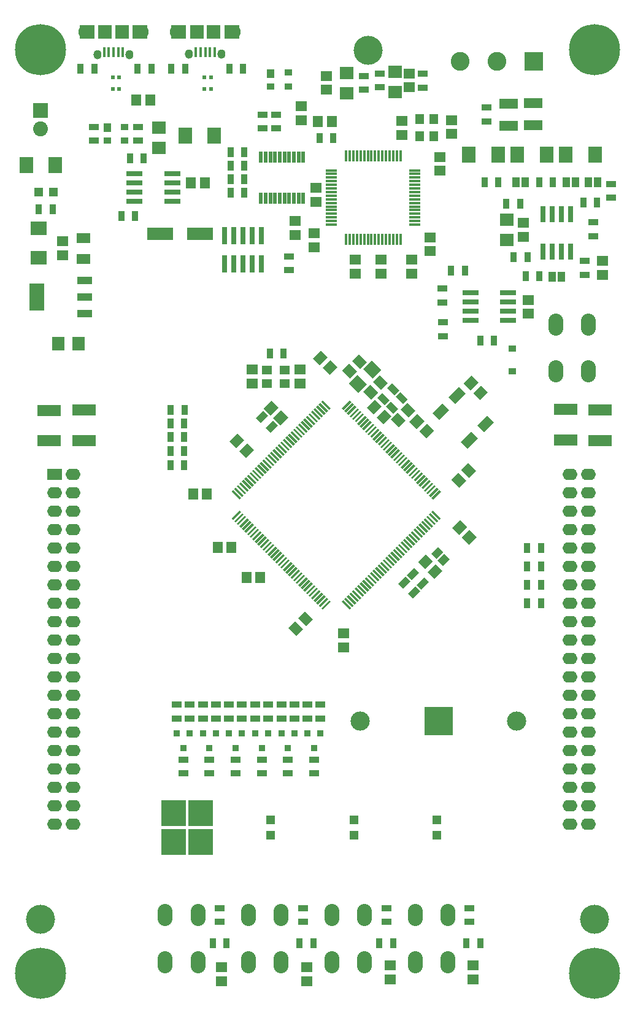
<source format=gts>
G04 (created by PCBNEW (2013-07-07 BZR 4022)-stable) date 26/10/2014 07:43:32 a.m.*
%MOIN*%
G04 Gerber Fmt 3.4, Leading zero omitted, Abs format*
%FSLAX34Y34*%
G01*
G70*
G90*
G04 APERTURE LIST*
%ADD10C,0.00590551*%
%ADD11R,0.0571181X0.0492441*%
%ADD12R,0.0729X0.0548*%
%ADD13R,0.0807402X0.0807402*%
%ADD14C,0.0807402*%
%ADD15C,0.104362*%
%ADD16R,0.157906X0.157906*%
%ADD17R,0.0197165X0.0197165*%
%ADD18R,0.038X0.038*%
%ADD19R,0.082X0.146*%
%ADD20R,0.082X0.042*%
%ADD21R,0.0414X0.0492*%
%ADD22R,0.0414X0.0335*%
%ADD23R,0.102X0.052*%
%ADD24O,0.0807402X0.062*%
%ADD25R,0.0807402X0.062*%
%ADD26R,0.127984X0.0610551*%
%ADD27R,0.012X0.0611*%
%ADD28R,0.0611X0.012*%
%ADD29R,0.04X0.052*%
%ADD30C,0.15748*%
%ADD31R,0.0492441X0.0571181*%
%ADD32R,0.102X0.102*%
%ADD33C,0.102*%
%ADD34C,0.277591*%
%ADD35R,0.0729X0.0886*%
%ADD36R,0.0886X0.0729*%
%ADD37R,0.0394016X0.0374331*%
%ADD38R,0.0532X0.061*%
%ADD39R,0.061X0.0532*%
%ADD40R,0.0177X0.0551*%
%ADD41R,0.0846772X0.0768031*%
%ADD42R,0.0728661X0.0768031*%
%ADD43O,0.0433386X0.0512126*%
%ADD44O,0.0502283X0.0768031*%
%ADD45R,0.037X0.057*%
%ADD46R,0.057X0.037*%
%ADD47R,0.065X0.073*%
%ADD48R,0.073X0.065*%
%ADD49R,0.0185X0.0599*%
%ADD50R,0.0886X0.0256*%
%ADD51R,0.0256X0.0886*%
%ADD52R,0.1437X0.065*%
%ADD53R,0.0315276X0.0964882*%
%ADD54R,0.0311339X0.0964882*%
%ADD55R,0.1319X0.1397*%
%ADD56O,0.0807402X0.12011*%
%ADD57R,0.0492X0.0492*%
G04 APERTURE END LIST*
G54D10*
G54D11*
X86991Y-48764D03*
X86046Y-48764D03*
X86991Y-49512D03*
X86046Y-49512D03*
G54D12*
X76050Y-41609D03*
X76050Y-42733D03*
G54D13*
X73746Y-34676D03*
G54D14*
X73746Y-35676D03*
G54D10*
G36*
X89070Y-50416D02*
X89502Y-50848D01*
X89418Y-50933D01*
X88986Y-50501D01*
X89070Y-50416D01*
X89070Y-50416D01*
G37*
G36*
X88932Y-50554D02*
X89364Y-50986D01*
X89279Y-51071D01*
X88847Y-50639D01*
X88932Y-50554D01*
X88932Y-50554D01*
G37*
G36*
X88793Y-50694D02*
X89225Y-51126D01*
X89140Y-51210D01*
X88708Y-50778D01*
X88793Y-50694D01*
X88793Y-50694D01*
G37*
G36*
X88653Y-50833D02*
X89085Y-51265D01*
X89000Y-51350D01*
X88568Y-50918D01*
X88653Y-50833D01*
X88653Y-50833D01*
G37*
G36*
X88514Y-50972D02*
X88946Y-51404D01*
X88861Y-51489D01*
X88429Y-51057D01*
X88514Y-50972D01*
X88514Y-50972D01*
G37*
G36*
X88375Y-51111D02*
X88807Y-51543D01*
X88722Y-51628D01*
X88290Y-51196D01*
X88375Y-51111D01*
X88375Y-51111D01*
G37*
G36*
X88235Y-51251D02*
X88667Y-51683D01*
X88583Y-51768D01*
X88150Y-51336D01*
X88235Y-51251D01*
X88235Y-51251D01*
G37*
G36*
X88096Y-51390D02*
X88528Y-51822D01*
X88443Y-51907D01*
X88011Y-51475D01*
X88096Y-51390D01*
X88096Y-51390D01*
G37*
G36*
X87957Y-51529D02*
X88389Y-51961D01*
X88305Y-52046D01*
X87873Y-51614D01*
X87957Y-51529D01*
X87957Y-51529D01*
G37*
G36*
X87818Y-51668D02*
X88250Y-52100D01*
X88165Y-52185D01*
X87733Y-51753D01*
X87818Y-51668D01*
X87818Y-51668D01*
G37*
G36*
X87679Y-51807D02*
X88111Y-52239D01*
X88026Y-52324D01*
X87594Y-51892D01*
X87679Y-51807D01*
X87679Y-51807D01*
G37*
G36*
X87540Y-51947D02*
X87972Y-52379D01*
X87887Y-52463D01*
X87455Y-52031D01*
X87540Y-51947D01*
X87540Y-51947D01*
G37*
G36*
X87400Y-52086D02*
X87832Y-52518D01*
X87747Y-52603D01*
X87315Y-52171D01*
X87400Y-52086D01*
X87400Y-52086D01*
G37*
G36*
X87261Y-52225D02*
X87693Y-52657D01*
X87608Y-52742D01*
X87176Y-52310D01*
X87261Y-52225D01*
X87261Y-52225D01*
G37*
G36*
X87122Y-52364D02*
X87554Y-52796D01*
X87469Y-52881D01*
X87037Y-52449D01*
X87122Y-52364D01*
X87122Y-52364D01*
G37*
G36*
X86983Y-52503D02*
X87415Y-52935D01*
X87330Y-53020D01*
X86898Y-52588D01*
X86983Y-52503D01*
X86983Y-52503D01*
G37*
G36*
X86844Y-52642D02*
X87276Y-53074D01*
X87191Y-53159D01*
X86759Y-52727D01*
X86844Y-52642D01*
X86844Y-52642D01*
G37*
G36*
X86704Y-52782D02*
X87137Y-53214D01*
X87052Y-53299D01*
X86620Y-52866D01*
X86704Y-52782D01*
X86704Y-52782D01*
G37*
G36*
X86566Y-52920D02*
X86998Y-53352D01*
X86913Y-53437D01*
X86481Y-53005D01*
X86566Y-52920D01*
X86566Y-52920D01*
G37*
G36*
X86427Y-53060D02*
X86859Y-53492D01*
X86774Y-53576D01*
X86342Y-53144D01*
X86427Y-53060D01*
X86427Y-53060D01*
G37*
G36*
X86287Y-53199D02*
X86719Y-53631D01*
X86634Y-53716D01*
X86202Y-53284D01*
X86287Y-53199D01*
X86287Y-53199D01*
G37*
G36*
X86149Y-53337D02*
X86581Y-53769D01*
X86496Y-53854D01*
X86064Y-53422D01*
X86149Y-53337D01*
X86149Y-53337D01*
G37*
G36*
X86009Y-53477D02*
X86441Y-53909D01*
X86357Y-53994D01*
X85925Y-53562D01*
X86009Y-53477D01*
X86009Y-53477D01*
G37*
G36*
X85870Y-53616D02*
X86302Y-54048D01*
X86217Y-54133D01*
X85785Y-53701D01*
X85870Y-53616D01*
X85870Y-53616D01*
G37*
G36*
X85731Y-53755D02*
X86163Y-54187D01*
X86078Y-54272D01*
X85646Y-53840D01*
X85731Y-53755D01*
X85731Y-53755D01*
G37*
G36*
X85591Y-53895D02*
X86024Y-54327D01*
X85939Y-54412D01*
X85507Y-53979D01*
X85591Y-53895D01*
X85591Y-53895D01*
G37*
G36*
X85452Y-54034D02*
X85884Y-54466D01*
X85799Y-54551D01*
X85367Y-54119D01*
X85452Y-54034D01*
X85452Y-54034D01*
G37*
G36*
X85313Y-54173D02*
X85745Y-54605D01*
X85660Y-54690D01*
X85228Y-54258D01*
X85313Y-54173D01*
X85313Y-54173D01*
G37*
G36*
X85174Y-54312D02*
X85606Y-54744D01*
X85521Y-54829D01*
X85089Y-54397D01*
X85174Y-54312D01*
X85174Y-54312D01*
G37*
G36*
X85035Y-54451D02*
X85467Y-54883D01*
X85382Y-54968D01*
X84950Y-54536D01*
X85035Y-54451D01*
X85035Y-54451D01*
G37*
G36*
X84896Y-54590D02*
X85328Y-55022D01*
X85243Y-55107D01*
X84811Y-54675D01*
X84896Y-54590D01*
X84896Y-54590D01*
G37*
G36*
X84756Y-54730D02*
X85188Y-55162D01*
X85104Y-55247D01*
X84672Y-54815D01*
X84756Y-54730D01*
X84756Y-54730D01*
G37*
G36*
X84617Y-54869D02*
X85049Y-55301D01*
X84964Y-55386D01*
X84532Y-54954D01*
X84617Y-54869D01*
X84617Y-54869D01*
G37*
G36*
X84478Y-55008D02*
X84910Y-55440D01*
X84825Y-55525D01*
X84393Y-55093D01*
X84478Y-55008D01*
X84478Y-55008D01*
G37*
G36*
X84338Y-55148D02*
X84771Y-55580D01*
X84686Y-55665D01*
X84254Y-55232D01*
X84338Y-55148D01*
X84338Y-55148D01*
G37*
G36*
X84200Y-55286D02*
X84632Y-55718D01*
X84547Y-55803D01*
X84115Y-55371D01*
X84200Y-55286D01*
X84200Y-55286D01*
G37*
G36*
X84115Y-56833D02*
X84547Y-56401D01*
X84632Y-56485D01*
X84200Y-56918D01*
X84115Y-56833D01*
X84115Y-56833D01*
G37*
G36*
X84254Y-56971D02*
X84686Y-56539D01*
X84771Y-56624D01*
X84338Y-57056D01*
X84254Y-56971D01*
X84254Y-56971D01*
G37*
G36*
X84393Y-57111D02*
X84825Y-56679D01*
X84910Y-56763D01*
X84478Y-57195D01*
X84393Y-57111D01*
X84393Y-57111D01*
G37*
G36*
X84532Y-57250D02*
X84964Y-56818D01*
X85049Y-56903D01*
X84617Y-57335D01*
X84532Y-57250D01*
X84532Y-57250D01*
G37*
G36*
X84672Y-57389D02*
X85104Y-56957D01*
X85188Y-57042D01*
X84756Y-57474D01*
X84672Y-57389D01*
X84672Y-57389D01*
G37*
G36*
X84811Y-57528D02*
X85243Y-57096D01*
X85328Y-57181D01*
X84896Y-57613D01*
X84811Y-57528D01*
X84811Y-57528D01*
G37*
G36*
X84950Y-57668D02*
X85382Y-57236D01*
X85467Y-57321D01*
X85035Y-57753D01*
X84950Y-57668D01*
X84950Y-57668D01*
G37*
G36*
X85089Y-57807D02*
X85521Y-57375D01*
X85606Y-57460D01*
X85174Y-57892D01*
X85089Y-57807D01*
X85089Y-57807D01*
G37*
G36*
X85228Y-57946D02*
X85660Y-57514D01*
X85745Y-57598D01*
X85313Y-58030D01*
X85228Y-57946D01*
X85228Y-57946D01*
G37*
G36*
X85367Y-58085D02*
X85799Y-57653D01*
X85884Y-57738D01*
X85452Y-58170D01*
X85367Y-58085D01*
X85367Y-58085D01*
G37*
G36*
X85507Y-58224D02*
X85939Y-57792D01*
X86024Y-57877D01*
X85591Y-58309D01*
X85507Y-58224D01*
X85507Y-58224D01*
G37*
G36*
X85646Y-58364D02*
X86078Y-57932D01*
X86163Y-58016D01*
X85731Y-58448D01*
X85646Y-58364D01*
X85646Y-58364D01*
G37*
G36*
X85785Y-58503D02*
X86217Y-58071D01*
X86302Y-58156D01*
X85870Y-58588D01*
X85785Y-58503D01*
X85785Y-58503D01*
G37*
G36*
X85925Y-58642D02*
X86357Y-58210D01*
X86441Y-58295D01*
X86009Y-58727D01*
X85925Y-58642D01*
X85925Y-58642D01*
G37*
G36*
X86064Y-58781D02*
X86496Y-58349D01*
X86581Y-58434D01*
X86149Y-58866D01*
X86064Y-58781D01*
X86064Y-58781D01*
G37*
G36*
X86202Y-58920D02*
X86634Y-58488D01*
X86719Y-58573D01*
X86287Y-59005D01*
X86202Y-58920D01*
X86202Y-58920D01*
G37*
G36*
X86342Y-59059D02*
X86774Y-58627D01*
X86859Y-58712D01*
X86427Y-59144D01*
X86342Y-59059D01*
X86342Y-59059D01*
G37*
G36*
X86481Y-59199D02*
X86913Y-58767D01*
X86998Y-58851D01*
X86566Y-59283D01*
X86481Y-59199D01*
X86481Y-59199D01*
G37*
G36*
X86620Y-59337D02*
X87052Y-58905D01*
X87137Y-58990D01*
X86704Y-59422D01*
X86620Y-59337D01*
X86620Y-59337D01*
G37*
G36*
X86759Y-59477D02*
X87191Y-59044D01*
X87276Y-59129D01*
X86844Y-59561D01*
X86759Y-59477D01*
X86759Y-59477D01*
G37*
G36*
X86898Y-59616D02*
X87330Y-59184D01*
X87415Y-59269D01*
X86983Y-59701D01*
X86898Y-59616D01*
X86898Y-59616D01*
G37*
G36*
X87037Y-59754D02*
X87469Y-59322D01*
X87554Y-59407D01*
X87122Y-59839D01*
X87037Y-59754D01*
X87037Y-59754D01*
G37*
G36*
X87176Y-59894D02*
X87608Y-59462D01*
X87693Y-59547D01*
X87261Y-59979D01*
X87176Y-59894D01*
X87176Y-59894D01*
G37*
G36*
X87315Y-60033D02*
X87747Y-59601D01*
X87832Y-59686D01*
X87400Y-60118D01*
X87315Y-60033D01*
X87315Y-60033D01*
G37*
G36*
X87455Y-60172D02*
X87887Y-59740D01*
X87972Y-59825D01*
X87540Y-60257D01*
X87455Y-60172D01*
X87455Y-60172D01*
G37*
G36*
X87594Y-60312D02*
X88026Y-59880D01*
X88111Y-59964D01*
X87679Y-60396D01*
X87594Y-60312D01*
X87594Y-60312D01*
G37*
G36*
X87733Y-60451D02*
X88165Y-60019D01*
X88250Y-60104D01*
X87818Y-60536D01*
X87733Y-60451D01*
X87733Y-60451D01*
G37*
G36*
X87873Y-60590D02*
X88305Y-60158D01*
X88389Y-60243D01*
X87957Y-60675D01*
X87873Y-60590D01*
X87873Y-60590D01*
G37*
G36*
X88011Y-60729D02*
X88443Y-60297D01*
X88528Y-60382D01*
X88096Y-60814D01*
X88011Y-60729D01*
X88011Y-60729D01*
G37*
G36*
X88150Y-60868D02*
X88583Y-60436D01*
X88667Y-60521D01*
X88235Y-60953D01*
X88150Y-60868D01*
X88150Y-60868D01*
G37*
G36*
X88290Y-61007D02*
X88722Y-60575D01*
X88807Y-60660D01*
X88375Y-61092D01*
X88290Y-61007D01*
X88290Y-61007D01*
G37*
G36*
X88429Y-61147D02*
X88861Y-60715D01*
X88946Y-60800D01*
X88514Y-61232D01*
X88429Y-61147D01*
X88429Y-61147D01*
G37*
G36*
X88568Y-61286D02*
X89000Y-60854D01*
X89085Y-60939D01*
X88653Y-61371D01*
X88568Y-61286D01*
X88568Y-61286D01*
G37*
G36*
X88708Y-61425D02*
X89140Y-60993D01*
X89225Y-61078D01*
X88793Y-61510D01*
X88708Y-61425D01*
X88708Y-61425D01*
G37*
G36*
X88847Y-61565D02*
X89279Y-61133D01*
X89364Y-61217D01*
X88932Y-61649D01*
X88847Y-61565D01*
X88847Y-61565D01*
G37*
G36*
X88986Y-61703D02*
X89418Y-61271D01*
X89502Y-61356D01*
X89070Y-61788D01*
X88986Y-61703D01*
X88986Y-61703D01*
G37*
G36*
X90185Y-61271D02*
X90617Y-61703D01*
X90532Y-61788D01*
X90100Y-61356D01*
X90185Y-61271D01*
X90185Y-61271D01*
G37*
G36*
X90323Y-61133D02*
X90755Y-61565D01*
X90671Y-61649D01*
X90239Y-61217D01*
X90323Y-61133D01*
X90323Y-61133D01*
G37*
G36*
X90463Y-60993D02*
X90895Y-61425D01*
X90810Y-61510D01*
X90378Y-61078D01*
X90463Y-60993D01*
X90463Y-60993D01*
G37*
G36*
X90602Y-60854D02*
X91034Y-61286D01*
X90949Y-61371D01*
X90517Y-60939D01*
X90602Y-60854D01*
X90602Y-60854D01*
G37*
G36*
X90741Y-60715D02*
X91173Y-61147D01*
X91089Y-61232D01*
X90656Y-60800D01*
X90741Y-60715D01*
X90741Y-60715D01*
G37*
G36*
X90881Y-60575D02*
X91313Y-61007D01*
X91228Y-61092D01*
X90796Y-60660D01*
X90881Y-60575D01*
X90881Y-60575D01*
G37*
G36*
X91020Y-60436D02*
X91452Y-60868D01*
X91367Y-60953D01*
X90935Y-60521D01*
X91020Y-60436D01*
X91020Y-60436D01*
G37*
G36*
X91159Y-60297D02*
X91591Y-60729D01*
X91506Y-60814D01*
X91074Y-60382D01*
X91159Y-60297D01*
X91159Y-60297D01*
G37*
G36*
X91298Y-60158D02*
X91730Y-60590D01*
X91645Y-60675D01*
X91213Y-60243D01*
X91298Y-60158D01*
X91298Y-60158D01*
G37*
G36*
X91437Y-60019D02*
X91869Y-60451D01*
X91784Y-60536D01*
X91352Y-60104D01*
X91437Y-60019D01*
X91437Y-60019D01*
G37*
G36*
X91576Y-59880D02*
X92008Y-60312D01*
X91924Y-60396D01*
X91492Y-59964D01*
X91576Y-59880D01*
X91576Y-59880D01*
G37*
G36*
X91716Y-59740D02*
X92148Y-60172D01*
X92063Y-60257D01*
X91631Y-59825D01*
X91716Y-59740D01*
X91716Y-59740D01*
G37*
G36*
X91855Y-59601D02*
X92287Y-60033D01*
X92202Y-60118D01*
X91770Y-59686D01*
X91855Y-59601D01*
X91855Y-59601D01*
G37*
G36*
X91994Y-59462D02*
X92426Y-59894D01*
X92342Y-59979D01*
X91909Y-59547D01*
X91994Y-59462D01*
X91994Y-59462D01*
G37*
G36*
X92134Y-59322D02*
X92566Y-59754D01*
X92481Y-59839D01*
X92049Y-59407D01*
X92134Y-59322D01*
X92134Y-59322D01*
G37*
G36*
X92272Y-59184D02*
X92704Y-59616D01*
X92619Y-59701D01*
X92187Y-59269D01*
X92272Y-59184D01*
X92272Y-59184D01*
G37*
G36*
X92412Y-59044D02*
X92844Y-59477D01*
X92759Y-59561D01*
X92327Y-59129D01*
X92412Y-59044D01*
X92412Y-59044D01*
G37*
G36*
X92551Y-58905D02*
X92983Y-59337D01*
X92898Y-59422D01*
X92466Y-58990D01*
X92551Y-58905D01*
X92551Y-58905D01*
G37*
G36*
X92689Y-58767D02*
X93121Y-59199D01*
X93037Y-59283D01*
X92605Y-58851D01*
X92689Y-58767D01*
X92689Y-58767D01*
G37*
G36*
X92829Y-58627D02*
X93261Y-59059D01*
X93176Y-59144D01*
X92744Y-58712D01*
X92829Y-58627D01*
X92829Y-58627D01*
G37*
G36*
X92968Y-58488D02*
X93400Y-58920D01*
X93315Y-59005D01*
X92883Y-58573D01*
X92968Y-58488D01*
X92968Y-58488D01*
G37*
G36*
X93107Y-58349D02*
X93539Y-58781D01*
X93454Y-58866D01*
X93022Y-58434D01*
X93107Y-58349D01*
X93107Y-58349D01*
G37*
G36*
X93246Y-58210D02*
X93678Y-58642D01*
X93593Y-58727D01*
X93161Y-58295D01*
X93246Y-58210D01*
X93246Y-58210D01*
G37*
G36*
X93385Y-58071D02*
X93817Y-58503D01*
X93732Y-58588D01*
X93300Y-58156D01*
X93385Y-58071D01*
X93385Y-58071D01*
G37*
G36*
X93525Y-57932D02*
X93957Y-58364D01*
X93872Y-58448D01*
X93440Y-58016D01*
X93525Y-57932D01*
X93525Y-57932D01*
G37*
G36*
X93664Y-57792D02*
X94096Y-58224D01*
X94011Y-58309D01*
X93579Y-57877D01*
X93664Y-57792D01*
X93664Y-57792D01*
G37*
G36*
X93803Y-57653D02*
X94235Y-58085D01*
X94150Y-58170D01*
X93718Y-57738D01*
X93803Y-57653D01*
X93803Y-57653D01*
G37*
G36*
X93942Y-57514D02*
X94374Y-57946D01*
X94290Y-58030D01*
X93858Y-57598D01*
X93942Y-57514D01*
X93942Y-57514D01*
G37*
G36*
X94081Y-57375D02*
X94513Y-57807D01*
X94428Y-57892D01*
X93996Y-57460D01*
X94081Y-57375D01*
X94081Y-57375D01*
G37*
G36*
X94220Y-57236D02*
X94652Y-57668D01*
X94567Y-57753D01*
X94135Y-57321D01*
X94220Y-57236D01*
X94220Y-57236D01*
G37*
G36*
X94360Y-57096D02*
X94792Y-57528D01*
X94707Y-57613D01*
X94275Y-57181D01*
X94360Y-57096D01*
X94360Y-57096D01*
G37*
G36*
X94499Y-56957D02*
X94931Y-57389D01*
X94846Y-57474D01*
X94414Y-57042D01*
X94499Y-56957D01*
X94499Y-56957D01*
G37*
G36*
X94638Y-56818D02*
X95070Y-57250D01*
X94985Y-57335D01*
X94553Y-56903D01*
X94638Y-56818D01*
X94638Y-56818D01*
G37*
G36*
X94777Y-56679D02*
X95210Y-57111D01*
X95125Y-57195D01*
X94693Y-56763D01*
X94777Y-56679D01*
X94777Y-56679D01*
G37*
G36*
X94917Y-56539D02*
X95349Y-56971D01*
X95264Y-57056D01*
X94832Y-56624D01*
X94917Y-56539D01*
X94917Y-56539D01*
G37*
G36*
X95055Y-56401D02*
X95487Y-56833D01*
X95403Y-56918D01*
X94971Y-56485D01*
X95055Y-56401D01*
X95055Y-56401D01*
G37*
G36*
X94971Y-55718D02*
X95403Y-55286D01*
X95487Y-55371D01*
X95055Y-55803D01*
X94971Y-55718D01*
X94971Y-55718D01*
G37*
G36*
X94832Y-55580D02*
X95264Y-55148D01*
X95349Y-55232D01*
X94917Y-55665D01*
X94832Y-55580D01*
X94832Y-55580D01*
G37*
G36*
X94693Y-55440D02*
X95125Y-55008D01*
X95210Y-55093D01*
X94777Y-55525D01*
X94693Y-55440D01*
X94693Y-55440D01*
G37*
G36*
X94553Y-55301D02*
X94985Y-54869D01*
X95070Y-54954D01*
X94638Y-55386D01*
X94553Y-55301D01*
X94553Y-55301D01*
G37*
G36*
X94414Y-55162D02*
X94846Y-54730D01*
X94931Y-54815D01*
X94499Y-55247D01*
X94414Y-55162D01*
X94414Y-55162D01*
G37*
G36*
X94275Y-55022D02*
X94707Y-54590D01*
X94792Y-54675D01*
X94360Y-55107D01*
X94275Y-55022D01*
X94275Y-55022D01*
G37*
G36*
X94135Y-54883D02*
X94567Y-54451D01*
X94652Y-54536D01*
X94220Y-54968D01*
X94135Y-54883D01*
X94135Y-54883D01*
G37*
G36*
X93996Y-54744D02*
X94428Y-54312D01*
X94513Y-54397D01*
X94081Y-54829D01*
X93996Y-54744D01*
X93996Y-54744D01*
G37*
G36*
X93858Y-54605D02*
X94290Y-54173D01*
X94374Y-54258D01*
X93942Y-54690D01*
X93858Y-54605D01*
X93858Y-54605D01*
G37*
G36*
X93718Y-54466D02*
X94150Y-54034D01*
X94235Y-54119D01*
X93803Y-54551D01*
X93718Y-54466D01*
X93718Y-54466D01*
G37*
G36*
X93579Y-54327D02*
X94011Y-53895D01*
X94096Y-53979D01*
X93664Y-54412D01*
X93579Y-54327D01*
X93579Y-54327D01*
G37*
G36*
X93440Y-54187D02*
X93872Y-53755D01*
X93957Y-53840D01*
X93525Y-54272D01*
X93440Y-54187D01*
X93440Y-54187D01*
G37*
G36*
X93300Y-54048D02*
X93732Y-53616D01*
X93817Y-53701D01*
X93385Y-54133D01*
X93300Y-54048D01*
X93300Y-54048D01*
G37*
G36*
X93161Y-53909D02*
X93593Y-53477D01*
X93678Y-53562D01*
X93246Y-53994D01*
X93161Y-53909D01*
X93161Y-53909D01*
G37*
G36*
X93022Y-53769D02*
X93454Y-53337D01*
X93539Y-53422D01*
X93107Y-53854D01*
X93022Y-53769D01*
X93022Y-53769D01*
G37*
G36*
X92883Y-53631D02*
X93315Y-53199D01*
X93400Y-53284D01*
X92968Y-53716D01*
X92883Y-53631D01*
X92883Y-53631D01*
G37*
G36*
X92744Y-53492D02*
X93176Y-53060D01*
X93261Y-53144D01*
X92829Y-53576D01*
X92744Y-53492D01*
X92744Y-53492D01*
G37*
G36*
X92605Y-53352D02*
X93037Y-52920D01*
X93121Y-53005D01*
X92689Y-53437D01*
X92605Y-53352D01*
X92605Y-53352D01*
G37*
G36*
X92466Y-53214D02*
X92898Y-52782D01*
X92983Y-52866D01*
X92551Y-53299D01*
X92466Y-53214D01*
X92466Y-53214D01*
G37*
G36*
X92327Y-53074D02*
X92759Y-52642D01*
X92844Y-52727D01*
X92412Y-53159D01*
X92327Y-53074D01*
X92327Y-53074D01*
G37*
G36*
X92187Y-52935D02*
X92619Y-52503D01*
X92704Y-52588D01*
X92272Y-53020D01*
X92187Y-52935D01*
X92187Y-52935D01*
G37*
G36*
X92049Y-52796D02*
X92481Y-52364D01*
X92566Y-52449D01*
X92134Y-52881D01*
X92049Y-52796D01*
X92049Y-52796D01*
G37*
G36*
X91909Y-52657D02*
X92342Y-52225D01*
X92426Y-52310D01*
X91994Y-52742D01*
X91909Y-52657D01*
X91909Y-52657D01*
G37*
G36*
X91770Y-52518D02*
X92202Y-52086D01*
X92287Y-52171D01*
X91855Y-52603D01*
X91770Y-52518D01*
X91770Y-52518D01*
G37*
G36*
X91631Y-52379D02*
X92063Y-51947D01*
X92148Y-52031D01*
X91716Y-52463D01*
X91631Y-52379D01*
X91631Y-52379D01*
G37*
G36*
X91492Y-52239D02*
X91924Y-51807D01*
X92008Y-51892D01*
X91576Y-52324D01*
X91492Y-52239D01*
X91492Y-52239D01*
G37*
G36*
X91352Y-52100D02*
X91784Y-51668D01*
X91869Y-51753D01*
X91437Y-52185D01*
X91352Y-52100D01*
X91352Y-52100D01*
G37*
G36*
X91213Y-51961D02*
X91645Y-51529D01*
X91730Y-51614D01*
X91298Y-52046D01*
X91213Y-51961D01*
X91213Y-51961D01*
G37*
G36*
X91074Y-51822D02*
X91506Y-51390D01*
X91591Y-51475D01*
X91159Y-51907D01*
X91074Y-51822D01*
X91074Y-51822D01*
G37*
G36*
X90935Y-51683D02*
X91367Y-51251D01*
X91452Y-51336D01*
X91020Y-51768D01*
X90935Y-51683D01*
X90935Y-51683D01*
G37*
G36*
X90796Y-51543D02*
X91228Y-51111D01*
X91313Y-51196D01*
X90881Y-51628D01*
X90796Y-51543D01*
X90796Y-51543D01*
G37*
G36*
X90656Y-51404D02*
X91089Y-50972D01*
X91173Y-51057D01*
X90741Y-51489D01*
X90656Y-51404D01*
X90656Y-51404D01*
G37*
G36*
X90517Y-51265D02*
X90949Y-50833D01*
X91034Y-50918D01*
X90602Y-51350D01*
X90517Y-51265D01*
X90517Y-51265D01*
G37*
G36*
X90378Y-51126D02*
X90810Y-50694D01*
X90895Y-50778D01*
X90463Y-51210D01*
X90378Y-51126D01*
X90378Y-51126D01*
G37*
G36*
X90239Y-50986D02*
X90671Y-50554D01*
X90755Y-50639D01*
X90323Y-51071D01*
X90239Y-50986D01*
X90239Y-50986D01*
G37*
G36*
X90100Y-50848D02*
X90532Y-50416D01*
X90617Y-50501D01*
X90185Y-50933D01*
X90100Y-50848D01*
X90100Y-50848D01*
G37*
G54D15*
X91096Y-67848D03*
X99599Y-67848D03*
G54D16*
X95348Y-67848D03*
G54D17*
X77655Y-32883D03*
X77655Y-33513D03*
X77990Y-33513D03*
X77990Y-32883D03*
X82647Y-32893D03*
X82647Y-33523D03*
X82982Y-33523D03*
X82982Y-32893D03*
G54D18*
X83980Y-68525D03*
X84680Y-68525D03*
X84330Y-69325D03*
X86815Y-68525D03*
X87515Y-68525D03*
X87165Y-69325D03*
X81146Y-68525D03*
X81846Y-68525D03*
X81496Y-69325D03*
X88232Y-68525D03*
X88932Y-68525D03*
X88582Y-69325D03*
X82563Y-68525D03*
X83263Y-68525D03*
X82913Y-69325D03*
X85398Y-68525D03*
X86098Y-68525D03*
X85748Y-69325D03*
G54D19*
X73538Y-44808D03*
G54D20*
X76138Y-44808D03*
X76138Y-43908D03*
X76138Y-45708D03*
G54D21*
X77349Y-35629D03*
G54D22*
X78293Y-36318D03*
X77349Y-36318D03*
X78293Y-35570D03*
G54D23*
X99150Y-35500D03*
X99150Y-34300D03*
X100490Y-35490D03*
X100490Y-34290D03*
G54D24*
X102500Y-54444D03*
X103500Y-54444D03*
X102500Y-59444D03*
X103500Y-55444D03*
X102500Y-60444D03*
X103500Y-56444D03*
X102500Y-61444D03*
X103500Y-57444D03*
X102500Y-62444D03*
X103500Y-58444D03*
X102500Y-63444D03*
X103500Y-59444D03*
X102500Y-64444D03*
X103500Y-60444D03*
X102500Y-65444D03*
X103500Y-61444D03*
X102500Y-66444D03*
X103500Y-62444D03*
X102500Y-67444D03*
X103500Y-63444D03*
X102500Y-68444D03*
X103500Y-64444D03*
X102500Y-69444D03*
X103500Y-65444D03*
X103500Y-66444D03*
X102500Y-70444D03*
X103500Y-67444D03*
X103500Y-69444D03*
X103500Y-70444D03*
X103500Y-71444D03*
X103500Y-72444D03*
X102500Y-71444D03*
X102500Y-72444D03*
X102500Y-55444D03*
X102500Y-56444D03*
X102500Y-57444D03*
X102500Y-58444D03*
X102500Y-73444D03*
X103500Y-73444D03*
X103500Y-68444D03*
G54D25*
X74500Y-54444D03*
G54D24*
X75500Y-54444D03*
X74500Y-59444D03*
X75500Y-55444D03*
X74500Y-60444D03*
X75500Y-56444D03*
X74500Y-61444D03*
X75500Y-57444D03*
X74500Y-62444D03*
X75500Y-58444D03*
X74500Y-63444D03*
X75500Y-59444D03*
X74500Y-64444D03*
X75500Y-60444D03*
X74500Y-65444D03*
X75500Y-61444D03*
X74500Y-66444D03*
X75500Y-62444D03*
X74500Y-67444D03*
X75500Y-63444D03*
X74500Y-68444D03*
X75500Y-64444D03*
X74500Y-69444D03*
X75500Y-65444D03*
X75500Y-66444D03*
X74500Y-70444D03*
X75500Y-67444D03*
X75500Y-69444D03*
X75500Y-70444D03*
X75500Y-71444D03*
X75500Y-72444D03*
X74500Y-71444D03*
X74500Y-72444D03*
X74500Y-55444D03*
X74500Y-56444D03*
X74500Y-57444D03*
X74500Y-58444D03*
X74500Y-73444D03*
X75500Y-73444D03*
X75500Y-68444D03*
G54D26*
X104133Y-50944D03*
X104133Y-52598D03*
X102256Y-50923D03*
X102256Y-52576D03*
X76112Y-50954D03*
X76112Y-52608D03*
X74202Y-50974D03*
X74202Y-52627D03*
G54D27*
X93286Y-37145D03*
X93089Y-37145D03*
X92892Y-37145D03*
X92695Y-37145D03*
X92498Y-37145D03*
X92302Y-37145D03*
X92105Y-37145D03*
X91908Y-37145D03*
X91712Y-37145D03*
X91515Y-37145D03*
X91318Y-37145D03*
X91122Y-37145D03*
X90925Y-37145D03*
X90728Y-37145D03*
X90531Y-37145D03*
X90334Y-37145D03*
G54D28*
X89547Y-37932D03*
X89547Y-38129D03*
X89547Y-38326D03*
X89547Y-38523D03*
X89547Y-38720D03*
X89547Y-38916D03*
X89547Y-39113D03*
X89547Y-39310D03*
X89547Y-39506D03*
X89547Y-39703D03*
X89547Y-39900D03*
X89547Y-40096D03*
X89547Y-40293D03*
X89547Y-40490D03*
X89547Y-40687D03*
X89547Y-40884D03*
G54D27*
X90334Y-41671D03*
X90531Y-41671D03*
X90728Y-41671D03*
X90925Y-41671D03*
X91122Y-41671D03*
X91318Y-41671D03*
X91515Y-41671D03*
X91712Y-41671D03*
X91908Y-41671D03*
X92105Y-41671D03*
X92302Y-41671D03*
X92498Y-41671D03*
X92695Y-41671D03*
X92892Y-41671D03*
X93089Y-41671D03*
X93286Y-41671D03*
G54D28*
X94073Y-40884D03*
X94073Y-40687D03*
X94073Y-40490D03*
X94073Y-40293D03*
X94073Y-40096D03*
X94073Y-39900D03*
X94073Y-39703D03*
X94073Y-39506D03*
X94073Y-39310D03*
X94073Y-39113D03*
X94073Y-38916D03*
X94073Y-38720D03*
X94073Y-38523D03*
X94073Y-38326D03*
X94073Y-38129D03*
X94073Y-37932D03*
G54D29*
X99553Y-38582D03*
X100053Y-38582D03*
X102309Y-38582D03*
X102809Y-38582D03*
X102021Y-43700D03*
X101521Y-43700D03*
G54D10*
G36*
X95671Y-58747D02*
X95954Y-59030D01*
X95586Y-59398D01*
X95303Y-59115D01*
X95671Y-58747D01*
X95671Y-58747D01*
G37*
G36*
X95317Y-58393D02*
X95600Y-58676D01*
X95232Y-59044D01*
X94949Y-58761D01*
X95317Y-58393D01*
X95317Y-58393D01*
G37*
G54D29*
X103490Y-38582D03*
X103990Y-38582D03*
G54D30*
X103818Y-78602D03*
X73740Y-78602D03*
X91515Y-31417D03*
X73740Y-78602D03*
X103818Y-78602D03*
X91515Y-31417D03*
G54D31*
X94346Y-35134D03*
X94346Y-36078D03*
X95094Y-35134D03*
X95094Y-36078D03*
G54D32*
X100523Y-32007D03*
G54D33*
X98523Y-32007D03*
X96523Y-32007D03*
G54D10*
G36*
X95023Y-51118D02*
X95568Y-50573D01*
X95936Y-50941D01*
X95391Y-51486D01*
X95023Y-51118D01*
X95023Y-51118D01*
G37*
G36*
X96579Y-52674D02*
X97124Y-52129D01*
X97491Y-52497D01*
X96947Y-53041D01*
X96579Y-52674D01*
X96579Y-52674D01*
G37*
G36*
X97463Y-51790D02*
X98007Y-51245D01*
X98375Y-51613D01*
X97831Y-52157D01*
X97463Y-51790D01*
X97463Y-51790D01*
G37*
G36*
X95907Y-50234D02*
X96452Y-49690D01*
X96819Y-50057D01*
X96275Y-50602D01*
X95907Y-50234D01*
X95907Y-50234D01*
G37*
G54D34*
X73740Y-31377D03*
X103818Y-81535D03*
X73740Y-81535D03*
X103818Y-31377D03*
G54D35*
X103860Y-37086D03*
X102280Y-37086D03*
X101223Y-37086D03*
X99643Y-37086D03*
X98585Y-37086D03*
X97005Y-37086D03*
X83180Y-36050D03*
X81600Y-36050D03*
G54D36*
X73640Y-41092D03*
X73640Y-42672D03*
G54D21*
X86244Y-32683D03*
G54D22*
X87188Y-33372D03*
X86244Y-33372D03*
X87188Y-32624D03*
G54D35*
X74546Y-37636D03*
X72966Y-37636D03*
G54D37*
X99360Y-47605D03*
X99360Y-48846D03*
G54D10*
G36*
X91649Y-49583D02*
X92080Y-50014D01*
X91704Y-50390D01*
X91273Y-49959D01*
X91649Y-49583D01*
X91649Y-49583D01*
G37*
G36*
X92179Y-49053D02*
X92610Y-49484D01*
X92234Y-49860D01*
X91803Y-49429D01*
X92179Y-49053D01*
X92179Y-49053D01*
G37*
G36*
X84810Y-52597D02*
X84379Y-53028D01*
X84003Y-52652D01*
X84434Y-52221D01*
X84810Y-52597D01*
X84810Y-52597D01*
G37*
G36*
X85340Y-53127D02*
X84909Y-53558D01*
X84533Y-53182D01*
X84964Y-52751D01*
X85340Y-53127D01*
X85340Y-53127D01*
G37*
G36*
X86656Y-50809D02*
X86225Y-51240D01*
X85849Y-50864D01*
X86280Y-50433D01*
X86656Y-50809D01*
X86656Y-50809D01*
G37*
G36*
X87186Y-51339D02*
X86755Y-51770D01*
X86379Y-51394D01*
X86810Y-50963D01*
X87186Y-51339D01*
X87186Y-51339D01*
G37*
G54D38*
X81899Y-38610D03*
X82649Y-38610D03*
G54D39*
X74928Y-42543D03*
X74928Y-41793D03*
X100220Y-45725D03*
X100220Y-44975D03*
G54D38*
X83351Y-58420D03*
X84101Y-58420D03*
X82029Y-55524D03*
X82779Y-55524D03*
G54D10*
G36*
X93730Y-51352D02*
X93299Y-50921D01*
X93675Y-50545D01*
X94106Y-50976D01*
X93730Y-51352D01*
X93730Y-51352D01*
G37*
G36*
X93200Y-51882D02*
X92769Y-51451D01*
X93145Y-51075D01*
X93576Y-51506D01*
X93200Y-51882D01*
X93200Y-51882D01*
G37*
G36*
X89328Y-48077D02*
X88897Y-48508D01*
X88521Y-48132D01*
X88952Y-47701D01*
X89328Y-48077D01*
X89328Y-48077D01*
G37*
G36*
X89858Y-48607D02*
X89427Y-49038D01*
X89051Y-48662D01*
X89482Y-48231D01*
X89858Y-48607D01*
X89858Y-48607D01*
G37*
G36*
X94769Y-59750D02*
X95200Y-59319D01*
X95576Y-59695D01*
X95145Y-60126D01*
X94769Y-59750D01*
X94769Y-59750D01*
G37*
G36*
X94239Y-59220D02*
X94670Y-58789D01*
X95046Y-59165D01*
X94615Y-59596D01*
X94239Y-59220D01*
X94239Y-59220D01*
G37*
G54D38*
X84923Y-60034D03*
X85673Y-60034D03*
G54D39*
X96062Y-35207D03*
X96062Y-35957D03*
X93374Y-36005D03*
X93374Y-35255D03*
G54D10*
G36*
X97012Y-54636D02*
X96581Y-54205D01*
X96957Y-53829D01*
X97388Y-54260D01*
X97012Y-54636D01*
X97012Y-54636D01*
G37*
G36*
X96482Y-55166D02*
X96051Y-54735D01*
X96427Y-54359D01*
X96858Y-54790D01*
X96482Y-55166D01*
X96482Y-55166D01*
G37*
G36*
X91084Y-48706D02*
X90653Y-48275D01*
X91029Y-47899D01*
X91460Y-48330D01*
X91084Y-48706D01*
X91084Y-48706D01*
G37*
G36*
X90554Y-49236D02*
X90123Y-48805D01*
X90499Y-48429D01*
X90930Y-48860D01*
X90554Y-49236D01*
X90554Y-49236D01*
G37*
G36*
X92276Y-50747D02*
X91845Y-51178D01*
X91469Y-50802D01*
X91900Y-50371D01*
X92276Y-50747D01*
X92276Y-50747D01*
G37*
G36*
X92806Y-51277D02*
X92375Y-51708D01*
X91999Y-51332D01*
X92430Y-50901D01*
X92806Y-51277D01*
X92806Y-51277D01*
G37*
G36*
X97516Y-49463D02*
X97085Y-49894D01*
X96709Y-49518D01*
X97140Y-49087D01*
X97516Y-49463D01*
X97516Y-49463D01*
G37*
G36*
X98046Y-49993D02*
X97615Y-50424D01*
X97239Y-50048D01*
X97670Y-49617D01*
X98046Y-49993D01*
X98046Y-49993D01*
G37*
G36*
X94582Y-51535D02*
X94151Y-51966D01*
X93775Y-51590D01*
X94206Y-51159D01*
X94582Y-51535D01*
X94582Y-51535D01*
G37*
G36*
X95112Y-52065D02*
X94681Y-52496D01*
X94305Y-52120D01*
X94736Y-51689D01*
X95112Y-52065D01*
X95112Y-52065D01*
G37*
G54D39*
X85239Y-48763D03*
X85239Y-49513D03*
X87838Y-49513D03*
X87838Y-48763D03*
X87570Y-41435D03*
X87570Y-40685D03*
X99960Y-40785D03*
X99960Y-41535D03*
X92244Y-42794D03*
X92244Y-43544D03*
X88610Y-41355D03*
X88610Y-42105D03*
X93897Y-42794D03*
X93897Y-43544D03*
X88690Y-38889D03*
X88690Y-39639D03*
X95446Y-37951D03*
X95446Y-37201D03*
G54D38*
X89548Y-35275D03*
X88798Y-35275D03*
G54D39*
X90838Y-42793D03*
X90838Y-43543D03*
X104251Y-43603D03*
X104251Y-42853D03*
X93778Y-33429D03*
X93778Y-32679D03*
G54D38*
X78945Y-34126D03*
X79695Y-34126D03*
G54D39*
X94886Y-41577D03*
X94886Y-42327D03*
X83562Y-81219D03*
X83562Y-81969D03*
X88188Y-81219D03*
X88188Y-81969D03*
X92716Y-81121D03*
X92716Y-81871D03*
X97244Y-81121D03*
X97244Y-81871D03*
G54D10*
G36*
X96615Y-57890D02*
X97046Y-57459D01*
X97422Y-57835D01*
X96991Y-58266D01*
X96615Y-57890D01*
X96615Y-57890D01*
G37*
G36*
X96085Y-57360D02*
X96516Y-56929D01*
X96892Y-57305D01*
X96461Y-57736D01*
X96085Y-57360D01*
X96085Y-57360D01*
G37*
G54D39*
X90188Y-63837D03*
X90188Y-63087D03*
G54D10*
G36*
X87565Y-62411D02*
X87996Y-62842D01*
X87620Y-63218D01*
X87189Y-62787D01*
X87565Y-62411D01*
X87565Y-62411D01*
G37*
G36*
X88095Y-61881D02*
X88526Y-62312D01*
X88150Y-62688D01*
X87719Y-62257D01*
X88095Y-61881D01*
X88095Y-61881D01*
G37*
G54D39*
X87893Y-34447D03*
X87893Y-35197D03*
X89260Y-33554D03*
X89260Y-32804D03*
G54D40*
X82681Y-31500D03*
X82937Y-31500D03*
X82425Y-31500D03*
X83193Y-31500D03*
X82169Y-31500D03*
G54D41*
X84118Y-30397D03*
X81244Y-30397D03*
G54D42*
X83133Y-30397D03*
X82228Y-30397D03*
G54D43*
X83557Y-31627D03*
X81805Y-31627D03*
G54D44*
X84324Y-30397D03*
X81037Y-30397D03*
G54D40*
X77696Y-31503D03*
X77952Y-31503D03*
X77440Y-31503D03*
X78208Y-31503D03*
X77184Y-31503D03*
G54D41*
X79133Y-30401D03*
X76259Y-30401D03*
G54D42*
X78149Y-30401D03*
X77244Y-30401D03*
G54D43*
X78572Y-31631D03*
X76820Y-31631D03*
G54D44*
X79340Y-30401D03*
X76053Y-30401D03*
G54D45*
X81547Y-51680D03*
X80797Y-51680D03*
X80801Y-50930D03*
X81551Y-50930D03*
G54D10*
G36*
X93294Y-49964D02*
X93697Y-50367D01*
X93435Y-50629D01*
X93032Y-50226D01*
X93294Y-49964D01*
X93294Y-49964D01*
G37*
G36*
X92764Y-50494D02*
X93167Y-50897D01*
X92905Y-51159D01*
X92502Y-50756D01*
X92764Y-50494D01*
X92764Y-50494D01*
G37*
G36*
X92820Y-49488D02*
X93223Y-49891D01*
X92961Y-50153D01*
X92558Y-49750D01*
X92820Y-49488D01*
X92820Y-49488D01*
G37*
G36*
X92290Y-50018D02*
X92693Y-50421D01*
X92431Y-50683D01*
X92028Y-50280D01*
X92290Y-50018D01*
X92290Y-50018D01*
G37*
G54D46*
X86540Y-34905D03*
X86540Y-35655D03*
G54D45*
X84053Y-39144D03*
X84803Y-39144D03*
X97619Y-79921D03*
X96869Y-79921D03*
G54D46*
X97047Y-78010D03*
X97047Y-78760D03*
G54D45*
X92894Y-79921D03*
X92144Y-79921D03*
G54D46*
X92519Y-78010D03*
X92519Y-78760D03*
G54D45*
X84055Y-38410D03*
X84805Y-38410D03*
G54D46*
X83464Y-78010D03*
X83464Y-78760D03*
G54D45*
X88563Y-79921D03*
X87813Y-79921D03*
X83839Y-79921D03*
X83089Y-79921D03*
G54D46*
X87992Y-78010D03*
X87992Y-78760D03*
G54D45*
X73645Y-40058D03*
X74395Y-40058D03*
X86933Y-47888D03*
X86183Y-47888D03*
G54D46*
X87515Y-66947D03*
X87515Y-67697D03*
X87165Y-70689D03*
X87165Y-69939D03*
X85790Y-34905D03*
X85790Y-35655D03*
G54D45*
X84805Y-36940D03*
X84055Y-36940D03*
X84055Y-37680D03*
X84805Y-37680D03*
G54D10*
G36*
X94837Y-60294D02*
X94434Y-60697D01*
X94172Y-60435D01*
X94575Y-60032D01*
X94837Y-60294D01*
X94837Y-60294D01*
G37*
G36*
X94307Y-59764D02*
X93904Y-60167D01*
X93642Y-59905D01*
X94045Y-59502D01*
X94307Y-59764D01*
X94307Y-59764D01*
G37*
G36*
X94353Y-60776D02*
X93950Y-61179D01*
X93688Y-60917D01*
X94091Y-60514D01*
X94353Y-60776D01*
X94353Y-60776D01*
G37*
G36*
X93823Y-60246D02*
X93420Y-60649D01*
X93158Y-60387D01*
X93561Y-59984D01*
X93823Y-60246D01*
X93823Y-60246D01*
G37*
G54D45*
X98376Y-47175D03*
X97626Y-47175D03*
G54D46*
X95580Y-44359D03*
X95580Y-45109D03*
G54D45*
X96032Y-43366D03*
X96782Y-43366D03*
G54D46*
X95590Y-46180D03*
X95590Y-46930D03*
X76638Y-36319D03*
X76638Y-35569D03*
X79018Y-36319D03*
X79018Y-35569D03*
X86098Y-66947D03*
X86098Y-67697D03*
X85748Y-70689D03*
X85748Y-69939D03*
X88932Y-66947D03*
X88932Y-67697D03*
X88582Y-70689D03*
X88582Y-69939D03*
X84680Y-66947D03*
X84680Y-67697D03*
X84330Y-70689D03*
X84330Y-69939D03*
X83263Y-66947D03*
X83263Y-67697D03*
X82913Y-70689D03*
X82913Y-69939D03*
X81846Y-66947D03*
X81846Y-67697D03*
X81496Y-70689D03*
X81496Y-69939D03*
X103750Y-41497D03*
X103750Y-40747D03*
G54D45*
X100847Y-43686D03*
X100097Y-43686D03*
X88883Y-36172D03*
X89633Y-36172D03*
G54D46*
X97980Y-35275D03*
X97980Y-34525D03*
G54D45*
X99435Y-42650D03*
X100185Y-42650D03*
G54D46*
X92175Y-32666D03*
X92175Y-33416D03*
G54D45*
X100164Y-61452D03*
X100914Y-61452D03*
X100164Y-60452D03*
X100914Y-60452D03*
X100164Y-59452D03*
X100914Y-59452D03*
X100164Y-58452D03*
X100914Y-58452D03*
X101575Y-38584D03*
X100825Y-38584D03*
X98603Y-38582D03*
X97853Y-38582D03*
G54D46*
X103307Y-42853D03*
X103307Y-43603D03*
X104720Y-39425D03*
X104720Y-38675D03*
G54D45*
X99784Y-39763D03*
X99034Y-39763D03*
X103965Y-39670D03*
X103215Y-39670D03*
G54D46*
X82563Y-66947D03*
X82563Y-67697D03*
X81145Y-66947D03*
X81145Y-67697D03*
X83980Y-66947D03*
X83980Y-67697D03*
X85398Y-66947D03*
X85398Y-67697D03*
X88232Y-66947D03*
X88232Y-67697D03*
X86815Y-66947D03*
X86815Y-67697D03*
G54D45*
X76654Y-32401D03*
X75904Y-32401D03*
G54D46*
X94512Y-33445D03*
X94512Y-32695D03*
X91297Y-33554D03*
X91297Y-32804D03*
X87240Y-42605D03*
X87240Y-43355D03*
G54D45*
X79004Y-32401D03*
X79754Y-32401D03*
X83985Y-32401D03*
X84735Y-32401D03*
X80835Y-32401D03*
X81585Y-32401D03*
X78121Y-40410D03*
X78871Y-40410D03*
X79343Y-37296D03*
X78593Y-37296D03*
G54D10*
G36*
X86623Y-51786D02*
X86220Y-52189D01*
X85958Y-51927D01*
X86361Y-51524D01*
X86623Y-51786D01*
X86623Y-51786D01*
G37*
G36*
X86093Y-51256D02*
X85690Y-51659D01*
X85428Y-51397D01*
X85831Y-50994D01*
X86093Y-51256D01*
X86093Y-51256D01*
G37*
G54D45*
X81545Y-52428D03*
X80795Y-52428D03*
X81547Y-53178D03*
X80797Y-53178D03*
X81545Y-53932D03*
X80795Y-53932D03*
G54D47*
X75792Y-47340D03*
X74692Y-47340D03*
G54D48*
X90350Y-32638D03*
X90350Y-33738D03*
X93010Y-32570D03*
X93010Y-33670D03*
X80160Y-36700D03*
X80160Y-35600D03*
G54D10*
G36*
X90940Y-49041D02*
X91456Y-49557D01*
X90997Y-50016D01*
X90481Y-49500D01*
X90940Y-49041D01*
X90940Y-49041D01*
G37*
G36*
X91718Y-48263D02*
X92234Y-48779D01*
X91775Y-49238D01*
X91259Y-48722D01*
X91718Y-48263D01*
X91718Y-48263D01*
G37*
G54D49*
X86988Y-37228D03*
X86732Y-37228D03*
X86476Y-37228D03*
X86220Y-37228D03*
X87752Y-39430D03*
X87756Y-37228D03*
X87500Y-37228D03*
X87244Y-37228D03*
X85964Y-39432D03*
X86220Y-39432D03*
X86476Y-39432D03*
X86732Y-39432D03*
X86988Y-39432D03*
X87244Y-39432D03*
X85964Y-37228D03*
X87500Y-39430D03*
X88012Y-37228D03*
X85708Y-37228D03*
X85708Y-39432D03*
X88012Y-39432D03*
G54D50*
X78837Y-38100D03*
X78837Y-38600D03*
X78837Y-39100D03*
X78837Y-39600D03*
X80883Y-39600D03*
X80883Y-39100D03*
X80883Y-38600D03*
X80883Y-38100D03*
G54D51*
X101021Y-42361D03*
X101521Y-42361D03*
X102021Y-42361D03*
X102521Y-42361D03*
X102521Y-40315D03*
X102021Y-40315D03*
X101521Y-40315D03*
X101021Y-40315D03*
G54D50*
X97097Y-44574D03*
X97097Y-45074D03*
X97097Y-45574D03*
X97097Y-46074D03*
X99143Y-46074D03*
X99143Y-45574D03*
X99143Y-45074D03*
X99143Y-44574D03*
G54D52*
X80247Y-41380D03*
X82413Y-41380D03*
G54D53*
X83730Y-43027D03*
G54D54*
X83730Y-41492D03*
G54D53*
X84230Y-43027D03*
G54D54*
X84230Y-41492D03*
X84730Y-43027D03*
X84730Y-41492D03*
X85230Y-43027D03*
G54D53*
X85230Y-41492D03*
X85730Y-43027D03*
G54D54*
X85730Y-41492D03*
G54D55*
X80964Y-74409D03*
X80964Y-72835D03*
X82420Y-72835D03*
X82420Y-74409D03*
G54D56*
X94094Y-78385D03*
X95866Y-78385D03*
X95866Y-80944D03*
X94094Y-80944D03*
X80511Y-78385D03*
X82283Y-78385D03*
X82283Y-80944D03*
X80511Y-80944D03*
X103503Y-48858D03*
X101732Y-48858D03*
X101732Y-46299D03*
X103503Y-46299D03*
X89566Y-78385D03*
X91338Y-78385D03*
X91338Y-80944D03*
X89566Y-80944D03*
X85039Y-78385D03*
X86811Y-78385D03*
X86811Y-80944D03*
X85039Y-80944D03*
G54D48*
X99070Y-41710D03*
X99070Y-40610D03*
G54D57*
X73617Y-39108D03*
X74443Y-39108D03*
X90748Y-74035D03*
X90748Y-73209D03*
X95275Y-74035D03*
X95275Y-73209D03*
X86220Y-74035D03*
X86220Y-73209D03*
M02*

</source>
